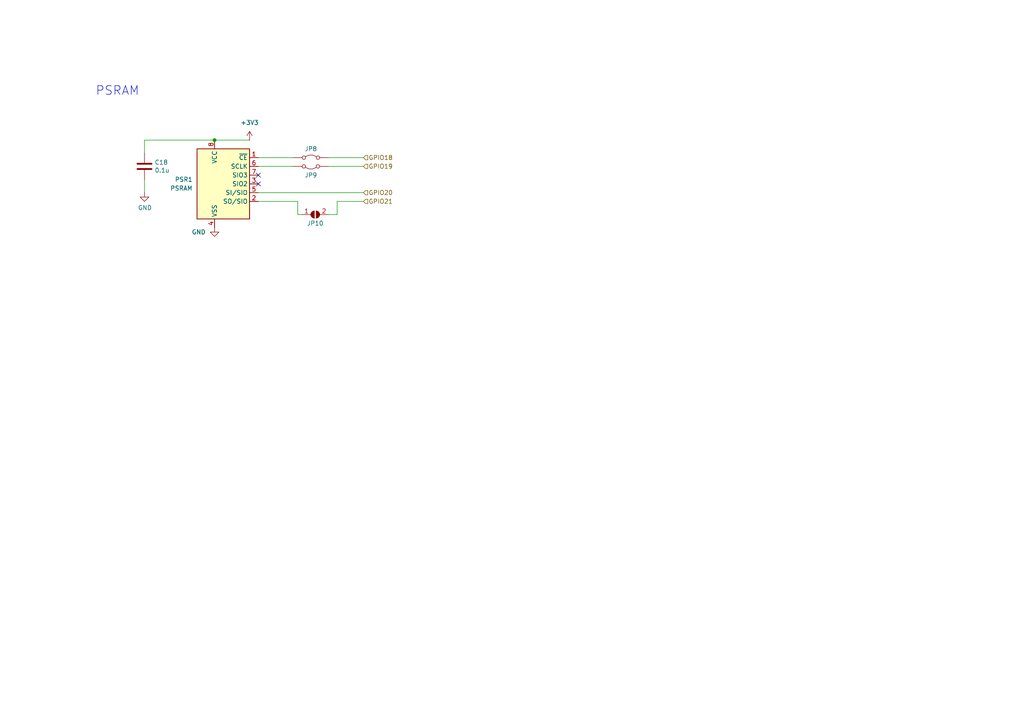
<source format=kicad_sch>
(kicad_sch (version 20231120) (generator "eeschema") (generator_version "8.0")
  (paper "A4")
  (title_block (title "FRANK") (date "2024-12-15") (rev "2.0") (company "Mikhail Matveev") (comment 1 "https://github.com/xtremespb/frank2"))
  (lib_symbols
    (symbol "Device:C" (pin_numbers hide) (pin_names (offset 0.254))
      (property "Reference" "C" (at 0.635 2.54 0))
      (property "Value" "C" (at 0.635 -2.54 0))
      (symbol "C_0_1"
        (polyline (pts (xy -2.032 -0.762) (xy 2.032 -0.762)) (stroke (width 0.508)))
        (polyline (pts (xy -2.032 0.762) (xy 2.032 0.762)) (stroke (width 0.508)))
      )
      (symbol "C_1_1"
        (pin passive line (at 0 3.81 270) (length 2.794) (name "~") (number "1"))
        (pin passive line (at 0 -3.81 90) (length 2.794) (name "~") (number "2"))
      )
    )
    (symbol "Jumper:Jumper_2_Bridged" (pin_numbers hide) (pin_names (offset 0) hide) (exclude_from_sim yes)
      (property "Reference" "JP" (at 0 1.905 0))
      (property "Value" "Jumper_2_Bridged" (at 0 -2.54 0))
      (symbol "Jumper_2_Bridged_0_0"
        (circle (center -2.032 0) (radius 0.508))
        (circle (center 2.032 0) (radius 0.508))
      )
      (symbol "Jumper_2_Bridged_0_1"
        (arc (start 1.524 0.254) (mid 0 0.762) (end -1.524 0.254))
      )
      (symbol "Jumper_2_Bridged_1_1"
        (pin passive line (at -5.08 0 0) (length 2.54) (name "A") (number "1"))
        (pin passive line (at 5.08 0 180) (length 2.54) (name "B") (number "2"))
      )
    )
    (symbol "Jumper:SolderJumper_2_Open" (pin_names (offset 0) hide)
      (property "Reference" "JP" (at 0 2.032 0))
      (property "Value" "SolderJumper_2_Open" (at 0 -2.54 0))
      (symbol "SolderJumper_2_Open_0_1"
        (arc (start -0.254 1.016) (mid -1.2655 0) (end -0.254 -1.016))
        (arc (start -0.254 1.016) (mid -1.2655 0) (end -0.254 -1.016) (fill (type outline)))
        (polyline (pts (xy -0.254 1.016) (xy -0.254 -1.016)))
        (polyline (pts (xy 0.254 1.016) (xy 0.254 -1.016)))
        (arc (start 0.254 -1.016) (mid 1.2655 0) (end 0.254 1.016))
        (arc (start 0.254 -1.016) (mid 1.2655 0) (end 0.254 1.016) (fill (type outline)))
      )
      (symbol "SolderJumper_2_Open_1_1"
        (pin passive line (at -3.81 0 0) (length 2.54) (name "A") (number "1"))
        (pin passive line (at 3.81 0 180) (length 2.54) (name "B") (number "2"))
      )
    )
    (symbol "Memory_RAM:ESP-PSRAM32"
      (property "Reference" "U" (at 3.81 11.43 0))
      (property "Value" "ESP-PSRAM32" (at -1.27 -11.43 0))
      (symbol "ESP-PSRAM32_0_1"
        (rectangle (start -7.62 10.16) (end 7.62 -10.16) (stroke (width 0.254)) (fill (type background)))
      )
      (symbol "ESP-PSRAM32_1_1"
        (pin input line (at 10.16 7.62 180) (length 2.54) (name "~{CE}") (number "1"))
        (pin output line (at 10.16 -5.08 180) (length 2.54) (name "SO/SIO") (number "2"))
        (pin bidirectional line (at 10.16 0 180) (length 2.54) (name "SIO2") (number "3"))
        (pin power_in line (at -2.54 -12.7 90) (length 2.54) (name "VSS") (number "4"))
        (pin input line (at 10.16 -2.54 180) (length 2.54) (name "SI/SIO") (number "5"))
        (pin output line (at 10.16 5.08 180) (length 2.54) (name "SCLK") (number "6"))
        (pin bidirectional line (at 10.16 2.54 180) (length 2.54) (name "SIO3") (number "7"))
        (pin power_in line (at -2.54 12.7 270) (length 2.54) (name "VCC") (number "8"))
      )
    )
    (symbol "power:+3V3" (power) (pin_numbers hide) (pin_names (offset 0) hide)
      (property "Value" "+3V3" (at 0 3.556 0))
      (symbol "+3V3_0_1"
        (polyline (pts (xy -0.762 1.27) (xy 0 2.54)))
        (polyline (pts (xy 0 0) (xy 0 2.54)))
        (polyline (pts (xy 0 2.54) (xy 0.762 1.27)))
      )
      (symbol "+3V3_1_1"
        (pin power_in line (at 0 0 90) (length 0) (name "~") (number "1"))
      )
    )
    (symbol "power:GND" (power) (pin_names (offset 0))
      (property "Value" "GND" (at 0 -3.81 0))
      (symbol "GND_0_1"
        (polyline (pts (xy 0 0) (xy 0 -1.27) (xy 1.27 -1.27) (xy 0 -2.54) (xy -1.27 -1.27) (xy 0 -1.27)))
      )
      (symbol "GND_1_1"
        (pin power_in line (at 0 0 270) (length 0) hide (name "GND") (number "1"))
      )
    )
  )
  (junction (at 62.23 40.64))
  (no_connect (at 74.93 50.8))
  (no_connect (at 74.93 53.34))
  (wire (pts (xy 74.93 45.72) (xy 85.09 45.72)))
  (wire (pts (xy 95.25 48.26) (xy 105.41 48.26)))
  (wire (pts (xy 95.25 45.72) (xy 105.41 45.72)))
  (wire (pts (xy 86.36 62.23) (xy 86.36 58.42)))
  (wire (pts (xy 86.36 62.23) (xy 87.63 62.23)))
  (wire (pts (xy 41.91 40.64) (xy 41.91 44.45)))
  (wire (pts (xy 74.93 48.26) (xy 85.09 48.26)))
  (wire (pts (xy 41.91 40.64) (xy 62.23 40.64)))
  (wire (pts (xy 62.23 40.64) (xy 72.39 40.64)))
  (wire (pts (xy 41.91 52.07) (xy 41.91 55.88)))
  (wire (pts (xy 74.93 55.88) (xy 105.41 55.88)))
  (wire (pts (xy 97.79 62.23) (xy 97.79 58.42)))
  (wire (pts (xy 97.79 58.42) (xy 105.41 58.42)))
  (wire (pts (xy 95.25 62.23) (xy 97.79 62.23)))
  (wire (pts (xy 86.36 58.42) (xy 74.93 58.42)))
  (text "PSRAM" (at 27.686 27.94 0) (effects (font (size 2.54 2.54)) (justify left bottom)))
  (hierarchical_label "GPIO20" (shape input) (at 105.41 55.88 0))
  (hierarchical_label "GPIO18" (shape input) (at 105.41 45.72 0))
  (hierarchical_label "GPIO19" (shape input) (at 105.41 48.26 0))
  (hierarchical_label "GPIO21" (shape input) (at 105.41 58.42 0))
  (symbol (lib_id "Jumper:Jumper_2_Bridged") (at 90.17 45.72 0) (unit 1) (exclude_from_sim yes)
    (property "Reference" "JP8" (at 90.17 43.18 0))
    (property "Value" "RP ZERO +5V Jumper" (effects (hide yes)))
    (property "Footprint" "LIBS:Medved_PinHeader_1x02_P2.54mm_Vertical_R" (effects (hide yes)))
    (property "Description" "Jumper, 2-pole, closed/bridged" (effects (hide yes)))
  )
  (symbol (lib_id "power:GND") (at 62.23 66.04 0) (unit 1)
    (property "Reference" "#PWR045" (effects (hide yes)))
    (property "Value" "GND" (at 59.69 67.31 0) (effects (justify right)))
  )
  (symbol (lib_id "Jumper:Jumper_2_Bridged") (at 90.17 48.26 180) (unit 1) (exclude_from_sim yes)
    (property "Reference" "JP9" (at 90.17 50.8 0))
    (property "Value" "RP ZERO +5V Jumper" (effects (hide yes)))
    (property "Footprint" "LIBS:Medved_PinHeader_1x02_P2.54mm_Vertical_R" (effects (hide yes)))
    (property "Description" "Jumper, 2-pole, closed/bridged" (effects (hide yes)))
  )
  (symbol (lib_id "power:+3V3") (at 72.39 40.64 0) (unit 1)
    (property "Reference" "#PWR067" (effects (hide yes)))
    (property "Value" "+3V3" (at 72.39 35.56 0))
    (property "Description" "Power symbol creates a global label with name \"+3V3\"" (effects (hide yes)))
  )
  (symbol (lib_id "Memory_RAM:ESP-PSRAM32") (at 64.77 53.34 0) (unit 1)
    (property "Reference" "PSR1" (at 55.88 52.0699 0) (effects (justify right)))
    (property "Value" "PSRAM" (at 55.88 54.6099 0) (effects (justify right)))
    (property "Footprint" "Package_SO:SO-8_5.3x6.2mm_P1.27mm" (effects (hide yes)))
    (property "Datasheet" "https://www.espressif.com/sites/default/files/documentation/esp-psram32_datasheet_en.pdf" (effects (hide yes)))
  )
  (symbol (lib_id "Device:C") (at 41.91 48.26 0) (unit 1)
    (property "Reference" "C18" (at 44.831 47.0916 0) (effects (justify left)))
    (property "Value" "0.1u" (at 44.831 49.403 0) (effects (justify left)))
    (property "Footprint" "LIBS:Medved_C_0805" (effects (hide yes)))
  )
  (symbol (lib_id "Jumper:SolderJumper_2_Open") (at 91.44 62.23 0) (unit 1)
    (property "Reference" "JP10" (at 91.44 64.77 0))
    (property "Value" "JMP PSRAM" (effects (hide yes)))
    (property "Footprint" "Jumper:SolderJumper-2_P1.3mm_Open_RoundedPad1.0x1.5mm" (effects (hide yes)))
  )
  (symbol (lib_id "power:GND") (at 41.91 55.88 0) (unit 1)
    (property "Reference" "#PWR044" (effects (hide yes)))
    (property "Value" "GND" (at 42.037 60.2742 0))
  )
)
</source>
